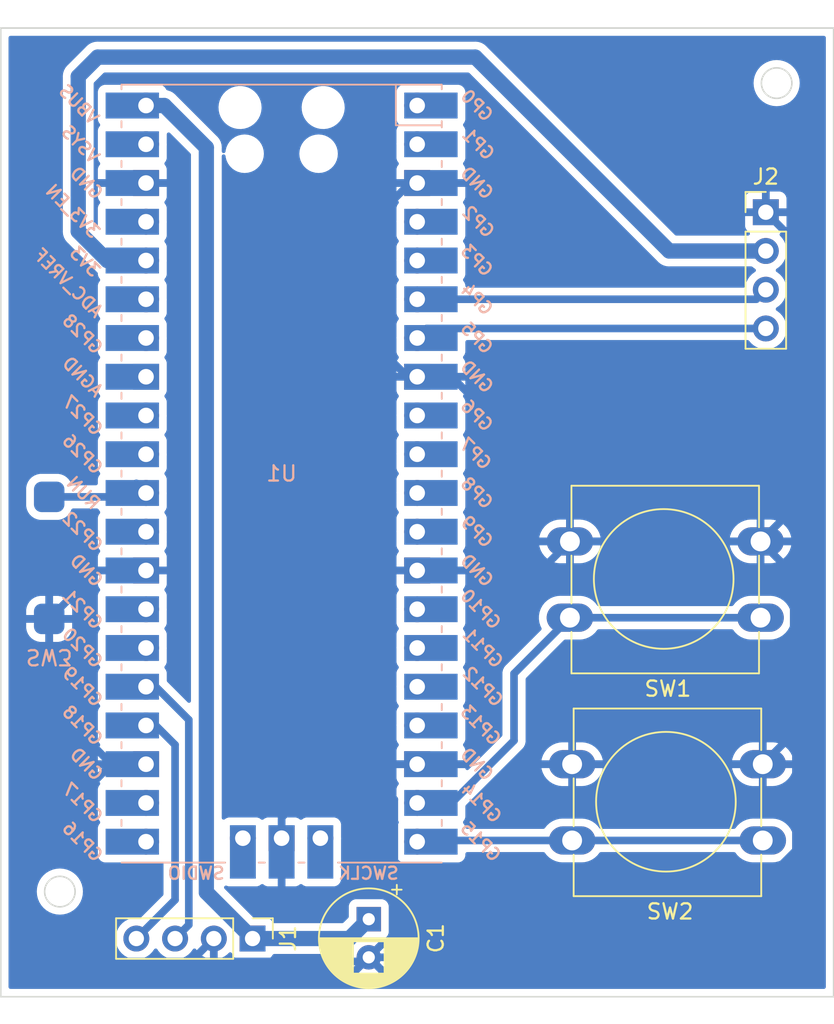
<source format=kicad_pcb>
(kicad_pcb (version 20211014) (generator pcbnew)
  (layers (0 "F.Cu" signal) (31 "B.Cu" signal) (34 "B.Paste" user) (35 "F.Paste" user) (36 "B.SilkS" user "B.Silkscreen") (37 "F.SilkS" user "F.Silkscreen") (38 "B.Mask" user) (39 "F.Mask" user) (44 "Edge.Cuts" user))
  (net 0 "")
  (net 3 "GND")
  (net 6 "/SDA")
  (net 7 "/SCL")
  (net 16 "/SEL")
  (net 17 "/INC")
  (net 20 "/CIN")
  (net 21 "/DIN")
  (net 25 "/RUN")
  (net 31 "/3.3V")
  (net 34 "/5V")
  (footprint "Connector_PinHeader_2.54mm:PinHeader_1x04_P2.54mm_Vertical" (layer "F.Cu") (at 161.29 84.465)
    (fp_text reference "J2" (at 0 -2.33) (layer "F.SilkS"))
    (fp_text value "RTC")
    (fp_line (start -1.33 -1.33) (end 0 -1.33) (layer "F.SilkS") (width 0.12))
    (fp_line (start 1.33 1.27) (end 1.33 8.95) (layer "F.SilkS") (width 0.12))
    (fp_line (start -1.33 1.27) (end -1.33 8.95) (layer "F.SilkS") (width 0.12))
    (fp_line (start -1.33 8.95) (end 1.33 8.95) (layer "F.SilkS") (width 0.12))
    (fp_line (start -1.33 1.27) (end 1.33 1.27) (layer "F.SilkS") (width 0.12))
    (fp_line (start -1.33 0) (end -1.33 -1.33) (layer "F.SilkS") (width 0.12))
    (pad "1" thru_hole rect (at 0 0) (size 1.7 1.7) (drill 1) (layers *.Cu *.Mask) (net 3 "GND"))
    (pad "2" thru_hole oval (at 0 2.54) (size 1.7 1.7) (drill 1) (layers *.Cu *.Mask) (net 31 "/3.3V"))
    (pad "3" thru_hole oval (at 0 5.08) (size 1.7 1.7) (drill 1) (layers *.Cu *.Mask) (net 6 "/SDA"))
    (pad "4" thru_hole oval (at 0 7.62) (size 1.7 1.7) (drill 1) (layers *.Cu *.Mask) (net 7 "/SCL"))
  )
  (footprint "Button_Switch_THT:SW_PUSH-12mm" (layer "F.Cu") (at 161.09 125.65 180)
    (fp_text reference "SW2" (at 6.08 -4.66) (layer "F.SilkS"))
    (fp_text value "SELECT")
    (fp_line (start 12.4 -3.65) (end 12.4 -0.93) (layer "F.SilkS") (width 0.12))
    (fp_line (start 12.4 8.65) (end 0.1 8.65) (layer "F.SilkS") (width 0.12))
    (fp_line (start 0.1 -3.65) (end 12.4 -3.65) (layer "F.SilkS") (width 0.12))
    (fp_line (start 12.4 5.93) (end 12.4 8.65) (layer "F.SilkS") (width 0.12))
    (fp_line (start 12.4 0.93) (end 12.4 4.07) (layer "F.SilkS") (width 0.12))
    (fp_line (start 0.1 -0.93) (end 0.1 -3.65) (layer "F.SilkS") (width 0.12))
    (fp_line (start 0.1 4.07) (end 0.1 0.93) (layer "F.SilkS") (width 0.12))
    (fp_line (start 0.1 8.65) (end 0.1 5.93) (layer "F.SilkS") (width 0.12))
    (fp_circle (center 6.35 2.54) (end 10.16 5.08) (layer "F.SilkS") (width 0.12) (fill none))
    (pad "1" thru_hole oval (at 0 0 180) (size 3.048 1.85) (drill 1.3) (layers *.Cu *.Mask) (net 17 "/INC"))
    (pad "1" thru_hole oval (at 12.5 0 180) (size 3.048 1.85) (drill 1.3) (layers *.Cu *.Mask) (net 17 "/INC"))
    (pad "2" thru_hole oval (at 12.5 5 180) (size 3.048 1.85) (drill 1.3) (layers *.Cu *.Mask) (net 3 "GND"))
    (pad "2" thru_hole oval (at 0 5 180) (size 3.048 1.85) (drill 1.3) (layers *.Cu *.Mask) (net 3 "GND"))
  )
  (footprint "Connector_PinHeader_2.54mm:PinHeader_1x04_P2.54mm_Vertical" (layer "F.Cu") (at 127.635 132.08 -90)
    (fp_text reference "J1" (at 0 -2.33 90) (layer "F.SilkS"))
    (fp_text value "LED Connector")
    (fp_line (start -1.33 1.27) (end 1.33 1.27) (layer "F.SilkS") (width 0.12))
    (fp_line (start 1.33 1.27) (end 1.33 8.95) (layer "F.SilkS") (width 0.12))
    (fp_line (start -1.33 8.95) (end 1.33 8.95) (layer "F.SilkS") (width 0.12))
    (fp_line (start -1.33 0) (end -1.33 -1.33) (layer "F.SilkS") (width 0.12))
    (fp_line (start -1.33 1.27) (end -1.33 8.95) (layer "F.SilkS") (width 0.12))
    (fp_line (start -1.33 -1.33) (end 0 -1.33) (layer "F.SilkS") (width 0.12))
    (pad "1" thru_hole rect (at 0 0 270) (size 1.7 1.7) (drill 1) (layers *.Cu *.Mask) (net 34 "/5V"))
    (pad "2" thru_hole oval (at 0 2.54 270) (size 1.7 1.7) (drill 1) (layers *.Cu *.Mask) (net 3 "GND"))
    (pad "3" thru_hole oval (at 0 5.08 270) (size 1.7 1.7) (drill 1) (layers *.Cu *.Mask) (net 21 "/DIN"))
    (pad "4" thru_hole oval (at 0 7.62 270) (size 1.7 1.7) (drill 1) (layers *.Cu *.Mask) (net 20 "/CIN"))
  )
  (footprint "Capacitor_THT:CP_Radial_D6.3mm_P2.50mm" (layer "F.Cu") (at 135.255 130.81 -90)
    (fp_text reference "C1" (at 1.25 -4.4 90) (layer "F.SilkS"))
    (fp_text value "100u")
    (fp_line (start 2.971 -2.742) (end 2.971 -1.04) (layer "F.SilkS") (width 0.12))
    (fp_line (start 3.091 -2.664) (end 3.091 -1.04) (layer "F.SilkS") (width 0.12))
    (fp_line (start 3.171 -2.607) (end 3.171 -1.04) (layer "F.SilkS") (width 0.12))
    (fp_line (start 2.371 -3.033) (end 2.371 -1.04) (layer "F.SilkS") (width 0.12))
    (fp_line (start 2.771 -2.856) (end 2.771 -1.04) (layer "F.SilkS") (width 0.12))
    (fp_line (start 1.89 -3.167) (end 1.89 -1.04) (layer "F.SilkS") (width 0.12))
    (fp_line (start 3.331 -2.484) (end 3.331 -1.04) (layer "F.SilkS") (width 0.12))
    (fp_line (start 1.57 -3.215) (end 1.57 -1.04) (layer "F.SilkS") (width 0.12))
    (fp_line (start 3.131 -2.636) (end 3.131 -1.04) (layer "F.SilkS") (width 0.12))
    (fp_line (start 3.171 1.04) (end 3.171 2.607) (layer "F.SilkS") (width 0.12))
    (fp_line (start 1.33 -3.23) (end 1.33 3.23) (layer "F.SilkS") (width 0.12))
    (fp_line (start 3.451 1.04) (end 3.451 2.38) (layer "F.SilkS") (width 0.12))
    (fp_line (start 4.371 -0.94) (end 4.371 0.94) (layer "F.SilkS") (width 0.12))
    (fp_line (start 3.891 -1.89) (end 3.891 1.89) (layer "F.SilkS") (width 0.12))
    (fp_line (start 2.411 1.04) (end 2.411 3.018) (layer "F.SilkS") (width 0.12))
    (fp_line (start 1.49 -3.222) (end 1.49 -1.04) (layer "F.SilkS") (width 0.12))
    (fp_line (start 3.491 1.04) (end 3.491 2.343) (layer "F.SilkS") (width 0.12))
    (fp_line (start 3.731 -2.092) (end 3.731 2.092) (layer "F.SilkS") (width 0.12))
    (fp_line (start 3.211 1.04) (end 3.211 2.578) (layer "F.SilkS") (width 0.12))
    (fp_line (start 2.411 -3.018) (end 2.411 -1.04) (layer "F.SilkS") (width 0.12))
    (fp_line (start 3.971 -1.776) (end 3.971 1.776) (layer "F.SilkS") (width 0.12))
    (fp_line (start 3.851 -1.944) (end 3.851 1.944) (layer "F.SilkS") (width 0.12))
    (fp_line (start 3.371 1.04) (end 3.371 2.45) (layer "F.SilkS") (width 0.12))
    (fp_line (start 2.131 1.04) (end 2.131 3.11) (layer "F.SilkS") (width 0.12))
    (fp_line (start 1.41 -3.227) (end 1.41 3.227) (layer "F.SilkS") (width 0.12))
    (fp_line (start 2.491 -2.986) (end 2.491 -1.04) (layer "F.SilkS") (width 0.12))
    (fp_line (start 1.69 -3.201) (end 1.69 -1.04) (layer "F.SilkS") (width 0.12))
    (fp_line (start 2.091 -3.121) (end 2.091 -1.04) (layer "F.SilkS") (width 0.12))
    (fp_line (start 2.051 -3.131) (end 2.051 -1.04) (layer "F.SilkS") (width 0.12))
    (fp_line (start 2.971 1.04) (end 2.971 2.742) (layer "F.SilkS") (width 0.12))
    (fp_line (start 4.451 -0.633) (end 4.451 0.633) (layer "F.SilkS") (width 0.12))
    (fp_line (start 2.211 -3.086) (end 2.211 -1.04) (layer "F.SilkS") (width 0.12))
    (fp_line (start 4.171 -1.432) (end 4.171 1.432) (layer "F.SilkS") (width 0.12))
    (fp_line (start 2.571 -2.952) (end 2.571 -1.04) (layer "F.SilkS") (width 0.12))
    (fp_line (start 2.811 -2.834) (end 2.811 -1.04) (layer "F.SilkS") (width 0.12))
    (fp_line (start 2.331 -3.047) (end 2.331 -1.04) (layer "F.SilkS") (width 0.12))
    (fp_line (start 2.931 -2.766) (end 2.931 -1.04) (layer "F.SilkS") (width 0.12))
    (fp_line (start 2.731 1.04) (end 2.731 2.876) (layer "F.SilkS") (width 0.12))
    (fp_line (start 1.971 -3.15) (end 1.971 -1.04) (layer "F.SilkS") (width 0.12))
    (fp_line (start 4.051 -1.65) (end 4.051 1.65) (layer "F.SilkS") (width 0.12))
    (fp_line (start 1.25 -3.23) (end 1.25 3.23) (layer "F.SilkS") (width 0.12))
    (fp_line (start 1.73 1.04) (end 1.73 3.195) (layer "F.SilkS") (width 0.12))
    (fp_line (start 2.291 1.04) (end 2.291 3.061) (layer "F.SilkS") (width 0.12))
    (fp_line (start 2.451 -3.002) (end 2.451 -1.04) (layer "F.SilkS") (width 0.12))
    (fp_line (start 3.611 -2.224) (end 3.611 2.224) (layer "F.SilkS") (width 0.12))
    (fp_line (start 1.61 1.04) (end 1.61 3.211) (layer "F.SilkS") (width 0.12))
    (fp_line (start 2.251 1.04) (end 2.251 3.074) (layer "F.SilkS") (width 0.12))
    (fp_line (start 1.81 -3.182) (end 1.81 -1.04) (layer "F.SilkS") (width 0.12))
    (fp_line (start 4.411 -0.802) (end 4.411 0.802) (layer "F.SilkS") (width 0.12))
    (fp_line (start 1.85 -3.175) (end 1.85 -1.04) (layer "F.SilkS") (width 0.12))
    (fp_line (start 3.411 1.04) (end 3.411 2.416) (layer "F.SilkS") (width 0.12))
    (fp_line (start 3.571 -2.265) (end 3.571 2.265) (layer "F.SilkS") (width 0.12))
    (fp_line (start 3.651 -2.182) (end 3.651 2.182) (layer "F.SilkS") (width 0.12))
    (fp_line (start 3.091 1.04) (end 3.091 2.664) (layer "F.SilkS") (width 0.12))
    (fp_line (start 3.051 1.04) (end 3.051 2.69) (layer "F.SilkS") (width 0.12))
    (fp_line (start 1.45 -3.224) (end 1.45 3.224) (layer "F.SilkS") (width 0.12))
    (fp_line (start 2.091 1.04) (end 2.091 3.121) (layer "F.SilkS") (width 0.12))
    (fp_line (start -2.250241 -1.839) (end -1.620241 -1.839) (layer "F.SilkS") (width 0.12))
    (fp_line (start 1.37 -3.228) (end 1.37 3.228) (layer "F.SilkS") (width 0.12))
    (fp_line (start 2.011 1.04) (end 2.011 3.141) (layer "F.SilkS") (width 0.12))
    (fp_line (start 2.931 1.04) (end 2.931 2.766) (layer "F.SilkS") (width 0.12))
    (fp_line (start 2.691 1.04) (end 2.691 2.896) (layer "F.SilkS") (width 0.12))
    (fp_line (start 2.851 -2.812) (end 2.851 -1.04) (layer "F.SilkS") (width 0.12))
    (fp_line (start 4.091 -1.581) (end 4.091 1.581) (layer "F.SilkS") (width 0.12))
    (fp_line (start 3.251 1.04) (end 3.251 2.548) (layer "F.SilkS") (width 0.12))
    (fp_line (start 2.251 -3.074) (end 2.251 -1.04) (layer "F.SilkS") (width 0.12))
    (fp_line (start 1.29 -3.23) (end 1.29 3.23) (layer "F.SilkS") (width 0.12))
    (fp_line (start 2.891 -2.79) (end 2.891 -1.04) (layer "F.SilkS") (width 0.12))
    (fp_line (start 3.371 -2.45) (end 3.371 -1.04) (layer "F.SilkS") (width 0.12))
    (fp_line (start 2.131 -3.11) (end 2.131 -1.04) (layer "F.SilkS") (width 0.12))
    (fp_line (start 4.211 -1.35) (end 4.211 1.35) (layer "F.SilkS") (width 0.12))
    (fp_line (start 2.531 -2.97) (end 2.531 -1.04) (layer "F.SilkS") (width 0.12))
    (fp_line (start 3.331 1.04) (end 3.331 2.484) (layer "F.SilkS") (width 0.12))
    (fp_line (start 3.011 -2.716) (end 3.011 -1.04) (layer "F.SilkS") (width 0.12))
    (fp_line (start 2.611 -2.934) (end 2.611 -1.04) (layer "F.SilkS") (width 0.12))
    (fp_line (start 2.451 1.04) (end 2.451 3.002) (layer "F.SilkS") (width 0.12))
    (fp_line (start 3.291 -2.516) (end 3.291 -1.04) (layer "F.SilkS") (width 0.12))
    (fp_line (start 3.691 -2.137) (end 3.691 2.137) (layer "F.SilkS") (width 0.12))
    (fp_line (start 4.491 -0.402) (end 4.491 0.402) (layer "F.SilkS") (width 0.12))
    (fp_line (start 2.051 1.04) (end 2.051 3.131) (layer "F.SilkS") (width 0.12))
    (fp_line (start 2.331 1.04) (end 2.331 3.047) (layer "F.SilkS") (width 0.12))
    (fp_line (start 2.851 1.04) (end 2.851 2.812) (layer "F.SilkS") (width 0.12))
    (fp_line (start 3.811 -1.995) (end 3.811 1.995) (layer "F.SilkS") (width 0.12))
    (fp_line (start 4.291 -1.165) (end 4.291 1.165) (layer "F.SilkS") (width 0.12))
    (fp_line (start 1.65 1.04) (end 1.65 3.206) (layer "F.SilkS") (width 0.12))
    (fp_line (start 2.211 1.04) (end 2.211 3.086) (layer "F.SilkS") (width 0.12))
    (fp_line (start 1.49 1.04) (end 1.49 3.222) (layer "F.SilkS") (width 0.12))
    (fp_line (start 3.131 1.04) (end 3.131 2.636) (layer "F.SilkS") (width 0.12))
    (fp_line (start 1.53 -3.218) (end 1.53 -1.04) (layer "F.SilkS") (width 0.12))
    (fp_line (start 4.011 -1.714) (end 4.011 1.714) (layer "F.SilkS") (width 0.12))
    (fp_line (start 1.73 -3.195) (end 1.73 -1.04) (layer "F.SilkS") (width 0.12))
    (fp_line (start 2.651 1.04) (end 2.651 2.916) (layer "F.SilkS") (width 0.12))
    (fp_line (start 3.011 1.04) (end 3.011 2.716) (layer "F.SilkS") (width 0.12))
    (fp_line (start 4.131 -1.509) (end 4.131 1.509) (layer "F.SilkS") (width 0.12))
    (fp_line (start 1.57 1.04) (end 1.57 3.215) (layer "F.SilkS") (width 0.12))
    (fp_line (start 2.171 1.04) (end 2.171 3.098) (layer "F.SilkS") (width 0.12))
    (fp_line (start 3.771 -2.044) (end 3.771 2.044) (layer "F.SilkS") (width 0.12))
    (fp_line (start 1.65 -3.206) (end 1.65 -1.04) (layer "F.SilkS") (width 0.12))
    (fp_line (start 3.411 -2.416) (end 3.411 -1.04) (layer "F.SilkS") (width 0.12))
    (fp_line (start 1.93 -3.159) (end 1.93 -1.04) (layer "F.SilkS") (width 0.12))
    (fp_line (start 3.531 1.04) (end 3.531 2.305) (layer "F.SilkS") (width 0.12))
    (fp_line (start 3.051 -2.69) (end 3.051 -1.04) (layer "F.SilkS") (width 0.12))
    (fp_line (start 1.971 1.04) (end 1.971 3.15) (layer "F.SilkS") (width 0.12))
    (fp_line (start 1.53 1.04) (end 1.53 3.218) (layer "F.SilkS") (width 0.12))
    (fp_line (start 1.69 1.04) (end 1.69 3.201) (layer "F.SilkS") (width 0.12))
    (fp_line (start 1.89 1.04) (end 1.89 3.167) (layer "F.SilkS") (width 0.12))
    (fp_line (start 1.81 1.04) (end 1.81 3.182) (layer "F.SilkS") (width 0.12))
    (fp_line (start 2.011 -3.141) (end 2.011 -1.04) (layer "F.SilkS") (width 0.12))
    (fp_line (start 2.531 1.04) (end 2.531 2.97) (layer "F.SilkS") (width 0.12))
    (fp_line (start 2.491 1.04) (end 2.491 2.986) (layer "F.SilkS") (width 0.12))
    (fp_line (start 2.611 1.04) (end 2.611 2.934) (layer "F.SilkS") (width 0.12))
    (fp_line (start 3.211 -2.578) (end 3.211 -1.04) (layer "F.SilkS") (width 0.12))
    (fp_line (start 2.291 -3.061) (end 2.291 -1.04) (layer "F.SilkS") (width 0.12))
    (fp_line (start 1.61 -3.211) (end 1.61 -1.04) (layer "F.SilkS") (width 0.12))
    (fp_line (start 2.811 1.04) (end 2.811 2.834) (layer "F.SilkS") (width 0.12))
    (fp_line (start 2.571 1.04) (end 2.571 2.952) (layer "F.SilkS") (width 0.12))
    (fp_line (start 4.251 -1.262) (end 4.251 1.262) (layer "F.SilkS") (width 0.12))
    (fp_line (start 3.531 -2.305) (end 3.531 -1.04) (layer "F.SilkS") (width 0.12))
    (fp_line (start 3.291 1.04) (end 3.291 2.516) (layer "F.SilkS") (width 0.12))
    (fp_line (start 2.651 -2.916) (end 2.651 -1.04) (layer "F.SilkS") (width 0.12))
    (fp_line (start 1.93 1.04) (end 1.93 3.159) (layer "F.SilkS") (width 0.12))
    (fp_line (start 2.771 1.04) (end 2.771 2.856) (layer "F.SilkS") (width 0.12))
    (fp_line (start 3.931 -1.834) (end 3.931 1.834) (layer "F.SilkS") (width 0.12))
    (fp_line (start 3.451 -2.38) (end 3.451 -1.04) (layer "F.SilkS") (width 0.12))
    (fp_line (start 3.251 -2.548) (end 3.251 -1.04) (layer "F.SilkS") (width 0.12))
    (fp_line (start 2.691 -2.896) (end 2.691 -1.04) (layer "F.SilkS") (width 0.12))
    (fp_line (start 2.371 1.04) (end 2.371 3.033) (layer "F.SilkS") (width 0.12))
    (fp_line (start 1.77 1.04) (end 1.77 3.189) (layer "F.SilkS") (width 0.12))
    (fp_line (start 2.171 -3.098) (end 2.171 -1.04) (layer "F.SilkS") (width 0.12))
    (fp_line (start 2.731 -2.876) (end 2.731 -1.04) (layer "F.SilkS") (width 0.12))
    (fp_line (start -1.935241 -2.154) (end -1.935241 -1.524) (layer "F.SilkS") (width 0.12))
    (fp_line (start 1.77 -3.189) (end 1.77 -1.04) (layer "F.SilkS") (width 0.12))
    (fp_line (start 3.491 -2.343) (end 3.491 -1.04) (layer "F.SilkS") (width 0.12))
    (fp_line (start 1.85 1.04) (end 1.85 3.175) (layer "F.SilkS") (width 0.12))
    (fp_line (start 4.331 -1.059) (end 4.331 1.059) (layer "F.SilkS") (width 0.12))
    (fp_line (start 2.891 1.04) (end 2.891 2.79) (layer "F.SilkS") (width 0.12))
    (fp_circle (center 1.25 0) (end 4.52 0) (layer "F.SilkS") (width 0.12) (fill none))
    (pad "1" thru_hole rect (at 0 0 270) (size 1.6 1.6) (drill 0.8) (layers *.Cu *.Mask) (net 34 "/5V"))
    (pad "2" thru_hole circle (at 2.5 0 270) (size 1.6 1.6) (drill 0.8) (layers *.Cu *.Mask) (net 3 "GND"))
  )
  (footprint "Button_Switch_THT:SW_PUSH-12mm" (layer "F.Cu") (at 160.945 111.045 180)
    (fp_text reference "SW1" (at 6.08 -4.66) (layer "F.SilkS"))
    (fp_text value "SELECT")
    (fp_line (start 0.1 8.65) (end 0.1 5.93) (layer "F.SilkS") (width 0.12))
    (fp_line (start 0.1 -3.65) (end 12.4 -3.65) (layer "F.SilkS") (width 0.12))
    (fp_line (start 12.4 5.93) (end 12.4 8.65) (layer "F.SilkS") (width 0.12))
    (fp_line (start 12.4 -3.65) (end 12.4 -0.93) (layer "F.SilkS") (width 0.12))
    (fp_line (start 12.4 0.93) (end 12.4 4.07) (layer "F.SilkS") (width 0.12))
    (fp_line (start 12.4 8.65) (end 0.1 8.65) (layer "F.SilkS") (width 0.12))
    (fp_line (start 0.1 -0.93) (end 0.1 -3.65) (layer "F.SilkS") (width 0.12))
    (fp_line (start 0.1 4.07) (end 0.1 0.93) (layer "F.SilkS") (width 0.12))
    (fp_circle (center 6.35 2.54) (end 10.16 5.08) (layer "F.SilkS") (width 0.12) (fill none))
    (pad "1" thru_hole oval (at 12.5 0 180) (size 3.048 1.85) (drill 1.3) (layers *.Cu *.Mask) (net 16 "/SEL"))
    (pad "1" thru_hole oval (at 0 0 180) (size 3.048 1.85) (drill 1.3) (layers *.Cu *.Mask) (net 16 "/SEL"))
    (pad "2" thru_hole oval (at 0 5 180) (size 3.048 1.85) (drill 1.3) (layers *.Cu *.Mask) (net 3 "GND"))
    (pad "2" thru_hole oval (at 12.5 5 180) (size 3.048 1.85) (drill 1.3) (layers *.Cu *.Mask) (net 3 "GND"))
  )
  (footprint "Raspberry_Pi_Pico:RPi_Pico_SMD_TH" (layer "B.Cu") (at 129.54 101.6 180)
    (fp_text reference "U1" (at 0 0) (layer "B.SilkS") (effects (justify mirror)))
    (fp_text value "Pico")
    (fp_text user "VBUS" (at 13.3 24.2 135) (layer "B.SilkS") (effects (font (size 0.8 0.8)) (justify mirror)))
    (fp_text user "GP27" (at 13.054 3.8 135) (layer "B.SilkS") (effects (font (size 0.8 0.8)) (justify mirror)))
    (fp_text user "GND" (at 12.8 19.05 135) (layer "B.SilkS") (effects (font (size 0.8 0.8)) (justify mirror)))
    (fp_text user "GP26" (at 13.054 1.27 135) (layer "B.SilkS") (effects (font (size 0.8 0.8)) (justify mirror)))
    (fp_text user "GP8" (at -12.8 -1.27 135) (layer "B.SilkS") (effects (font (size 0.8 0.8)) (justify mirror)))
    (fp_text user "GP17" (at 13.054 -21.59 135) (layer "B.SilkS") (effects (font (size 0.8 0.8)) (justify mirror)))
    (fp_text user "GP9" (at -12.8 -3.81 135) (layer "B.SilkS") (effects (font (size 0.8 0.8)) (justify mirror)))
    (fp_text user "GND" (at -12.8 19.05 135) (layer "B.SilkS") (effects (font (size 0.8 0.8)) (justify mirror)))
    (fp_text user "GP7" (at -12.7 1.3 135) (layer "B.SilkS") (effects (font (size 0.8 0.8)) (justify mirror)))
    (fp_text user "3V3" (at 12.9 13.9 135) (layer "B.SilkS") (effects (font (size 0.8 0.8)) (justify mirror)))
    (fp_text user "GP20" (at 13.054 -11.43 135) (layer "B.SilkS") (effects (font (size 0.8 0.8)) (justify mirror)))
    (fp_text user "GND" (at -12.8 6.35 135) (layer "B.SilkS") (effects (font (size 0.8 0.8)) (justify mirror)))
    (fp_text user "GP11" (at -13.2 -11.43 135) (layer "B.SilkS") (effects (font (size 0.8 0.8)) (justify mirror)))
    (fp_text user "GND" (at 12.8 -6.35 135) (layer "B.SilkS") (effects (font (size 0.8 0.8)) (justify mirror)))
    (fp_text user "GP5" (at -12.8 8.89 135) (layer "B.SilkS") (effects (font (size 0.8 0.8)) (justify mirror)))
    (fp_text user "SWDIO" (at 5.6 -26.2) (layer "B.SilkS") (effects (font (size 0.8 0.8)) (justify mirror)))
    (fp_text user "AGND" (at 13.054 6.35 135) (layer "B.SilkS") (effects (font (size 0.8 0.8)) (justify mirror)))
    (fp_text user "SWCLK" (at -5.7 -26.2) (layer "B.SilkS") (effects (font (size 0.8 0.8)) (justify mirror)))
    (fp_text user "GP16" (at 13.054 -24.13 135) (layer "B.SilkS") (effects (font (size 0.8 0.8)) (justify mirror)))
    (fp_text user "RUN" (at 13 -1.27 135) (layer "B.SilkS") (effects (font (size 0.8 0.8)) (justify mirror)))
    (fp_text user "GP21" (at 13.054 -8.9 135) (layer "B.SilkS") (effects (font (size 0.8 0.8)) (justify mirror)))
    (fp_text user "GP10" (at -13.054 -8.89 135) (layer "B.SilkS") (effects (font (size 0.8 0.8)) (justify mirror)))
    (fp_text user "GP3" (at -12.8 13.97 135) (layer "B.SilkS") (effects (font (size 0.8 0.8)) (justify mirror)))
    (fp_text user "GP18" (at 13.054 -16.51 135) (layer "B.SilkS") (effects (font (size 0.8 0.8)) (justify mirror)))
    (fp_text user "ADC_VREF" (at 14 12.5 135) (layer "B.SilkS") (effects (font (size 0.8 0.8)) (justify mirror)))
    (fp_text user "VSYS" (at 13.2 21.59 135) (layer "B.SilkS") (effects (font (size 0.8 0.8)) (justify mirror)))
    (fp_text user "GP19" (at 13.054 -13.97 135) (layer "B.SilkS") (effects (font (size 0.8 0.8)) (justify mirror)))
    (fp_text user "GND" (at 12.8 -19.05 135) (layer "B.SilkS") (effects (font (size 0.8 0.8)) (justify mirror)))
    (fp_text user "GND" (at -12.8 -19.05 135) (layer "B.SilkS") (effects (font (size 0.8 0.8)) (justify mirror)))
    (fp_text user "GP0" (at -12.8 24.13 135) (layer "B.SilkS") (effects (font (size 0.8 0.8)) (justify mirror)))
    (fp_text user "GP1" (at -12.9 21.6 135) (layer "B.SilkS") (effects (font (size 0.8 0.8)) (justify mirror)))
    (fp_text user "GP15" (at -13.054 -24.13 135) (layer "B.SilkS") (effects (font (size 0.8 0.8)) (justify mirror)))
    (fp_text user "GP2" (at -12.9 16.51 135) (layer "B.SilkS") (effects (font (size 0.8 0.8)) (justify mirror)))
    (fp_text user "GP4" (at -12.8 11.43 135) (layer "B.SilkS") (effects (font (size 0.8 0.8)) (justify mirror)))
    (fp_text user "GND" (at -12.8 -6.35 135) (layer "B.SilkS") (effects (font (size 0.8 0.8)) (justify mirror)))
    (fp_text user "GP13" (at -13.054 -16.51 135) (layer "B.SilkS") (effects (font (size 0.8 0.8)) (justify mirror)))
    (fp_text user "GP22" (at 13.054 -3.81 135) (layer "B.SilkS") (effects (font (size 0.8 0.8)) (justify mirror)))
    (fp_text user "GP14" (at -13.1 -21.59 135) (layer "B.SilkS") (effects (font (size 0.8 0.8)) (justify mirror)))
    (fp_text user "3V3_EN" (at 13.7 17.2 135) (layer "B.SilkS") (effects (font (size 0.8 0.8)) (justify mirror)))
    (fp_text user "GP28" (at 13.054 9.144 135) (layer "B.SilkS") (effects (font (size 0.8 0.8)) (justify mirror)))
    (fp_text user "GP6" (at -12.8 3.81 135) (layer "B.SilkS") (effects (font (size 0.8 0.8)) (justify mirror)))
    (fp_text user "GP12" (at -13.2 -13.97 135) (layer "B.SilkS") (effects (font (size 0.8 0.8)) (justify mirror)))
    (fp_line (start -10.5 -20.1) (end -10.5 -20.5) (layer "B.SilkS") (width 0.12))
    (fp_line (start -10.5 5.3) (end -10.5 4.9) (layer "B.SilkS") (width 0.12))
    (fp_line (start -7.493 22.833) (end -7.493 25.5) (layer "B.SilkS") (width 0.12))
    (fp_line (start -10.5 22.833) (end -7.493 22.833) (layer "B.SilkS") (width 0.12))
    (fp_line (start -10.5 -22.7) (end -10.5 -23.1) (layer "B.SilkS") (width 0.12))
    (fp_line (start 10.5 10.4) (end 10.5 10) (layer "B.SilkS") (width 0.12))
    (fp_line (start -10.5 0.2) (end -10.5 -0.2) (layer "B.SilkS") (width 0.12))
    (fp_line (start 10.5 -20.1) (end 10.5 -20.5) (layer "B.SilkS") (width 0.12))
    (fp_line (start -10.5 -7.4) (end -10.5 -7.8) (layer "B.SilkS") (width 0.12))
    (fp_line (start 10.5 2.7) (end 10.5 2.3) (layer "B.SilkS") (width 0.12))
    (fp_line (start 10.5 -2.3) (end 10.5 -2.7) (layer "B.SilkS") (width 0.12))
    (fp_line (start 10.5 18) (end 10.5 17.6) (layer "B.SilkS") (width 0.12))
    (fp_line (start -10.5 25.5) (end -10.5 25.2) (layer "B.SilkS") (width 0.12))
    (fp_line (start 10.5 20.5) (end 10.5 20.1) (layer "B.SilkS") (width 0.12))
    (fp_line (start 10.5 -12.5) (end 10.5 -12.9) (layer "B.SilkS") (width 0.12))
    (fp_line (start 10.5 -10) (end 10.5 -10.4) (layer "B.SilkS") (width 0.12))
    (fp_line (start -10.5 7.8) (end -10.5 7.4) (layer "B.SilkS") (width 0.12))
    (fp_line (start 10.5 15.4) (end 10.5 15) (layer "B.SilkS") (width 0.12))
    (fp_line (start -3.7 -25.5) (end -10.5 -25.5) (layer "B.SilkS") (width 0.12))
    (fp_line (start -10.5 12.9) (end -10.5 12.5) (layer "B.SilkS") (width 0.12))
    (fp_line (start -1.5 -25.5) (end -1.1 -25.5) (layer "B.SilkS") (width 0.12))
    (fp_line (start -10.5 18) (end -10.5 17.6) (layer "B.SilkS") (width 0.12))
    (fp_line (start 10.5 -15.1) (end 10.5 -15.5) (layer "B.SilkS") (width 0.12))
    (fp_line (start 10.5 23.1) (end 10.5 22.7) (layer "B.SilkS") (width 0.12))
    (fp_line (start -10.5 20.5) (end -10.5 20.1) (layer "B.SilkS") (width 0.12))
    (fp_line (start 10.5 7.8) (end 10.5 7.4) (layer "B.SilkS") (width 0.12))
    (fp_line (start -10.5 -12.5) (end -10.5 -12.9) (layer "B.SilkS") (width 0.12))
    (fp_line (start -10.5 23.1) (end -10.5 22.7) (layer "B.SilkS") (width 0.12))
    (fp_line (start -10.5 2.7) (end -10.5 2.3) (layer "B.SilkS") (width 0.12))
    (fp_line (start 10.5 -4.9) (end 10.5 -5.3) (layer "B.SilkS") (width 0.12))
    (fp_line (start 10.5 5.3) (end 10.5 4.9) (layer "B.SilkS") (width 0.12))
    (fp_line (start -10.5 15.4) (end -10.5 15) (layer "B.SilkS") (width 0.12))
    (fp_line (start 10.5 12.9) (end 10.5 12.5) (layer "B.SilkS") (width 0.12))
    (fp_line (start -10.5 -2.3) (end -10.5 -2.7) (layer "B.SilkS") (width 0.12))
    (fp_line (start -10.5 -15.1) (end -10.5 -15.5) (layer "B.SilkS") (width 0.12))
    (fp_line (start -10.5 10.4) (end -10.5 10) (layer "B.SilkS") (width 0.12))
    (fp_line (start 10.5 -22.7) (end 10.5 -23.1) (layer "B.SilkS") (width 0.12))
    (fp_line (start 10.5 -17.6) (end 10.5 -18) (layer "B.SilkS") (width 0.12))
    (fp_line (start -10.5 -17.6) (end -10.5 -18) (layer "B.SilkS") (width 0.12))
    (fp_line (start 10.5 0.2) (end 10.5 -0.2) (layer "B.SilkS") (width 0.12))
    (fp_line (start 10.5 25.5) (end 10.5 25.2) (layer "B.SilkS") (width 0.12))
    (fp_line (start -10.5 -4.9) (end -10.5 -5.3) (layer "B.SilkS") (width 0.12))
    (fp_line (start 10.5 -7.4) (end 10.5 -7.8) (layer "B.SilkS") (width 0.12))
    (fp_line (start -10.5 -10) (end -10.5 -10.4) (layer "B.SilkS") (width 0.12))
    (fp_line (start -10.5 25.5) (end 10.5 25.5) (layer "B.SilkS") (width 0.12))
    (fp_line (start 10.5 -25.5) (end 3.7 -25.5) (layer "B.SilkS") (width 0.12))
    (fp_line (start 1.1 -25.5) (end 1.5 -25.5) (layer "B.SilkS") (width 0.12))
    (pad "" np_thru_hole oval (at -2.425 20.97 180) (size 1.5 1.5) (drill 1.5) (layers *.Cu *.Mask))
    (pad "" np_thru_hole oval (at 2.725 24 180) (size 1.8 1.8) (drill 1.8) (layers *.Cu *.Mask))
    (pad "" np_thru_hole oval (at -2.725 24 180) (size 1.8 1.8) (drill 1.8) (layers *.Cu *.Mask))
    (pad "" np_thru_hole oval (at 2.425 20.97 180) (size 1.5 1.5) (drill 1.5) (layers *.Cu *.Mask))
    (pad "1" thru_hole oval (at -8.89 24.13 180) (size 1.7 1.7) (drill 1.02) (layers *.Cu *.Mask))
    (pad "1" smd rect (at -8.89 24.13 180) (size 3.5 1.7) (drill (offset -0.9 0)) (layers "B.Cu" "B.Mask"))
    (pad "2" smd rect (at -8.89 21.59 180) (size 3.5 1.7) (drill (offset -0.9 0)) (layers "B.Cu" "B.Mask"))
    (pad "2" thru_hole oval (at -8.89 21.59 180) (size 1.7 1.7) (drill 1.02) (layers *.Cu *.Mask))
    (pad "3" thru_hole rect (at -8.89 19.05 180) (size 1.7 1.7) (drill 1.02) (layers *.Cu *.Mask) (net 3 "GND"))
    (pad "3" smd rect (at -8.89 19.05 180) (size 3.5 1.7) (drill (offset -0.9 0)) (layers "B.Cu" "B.Mask") (net 3 "GND"))
    (pad "4" thru_hole oval (at -8.89 16.51 180) (size 1.7 1.7) (drill 1.02) (layers *.Cu *.Mask))
    (pad "4" smd rect (at -8.89 16.51 180) (size 3.5 1.7) (drill (offset -0.9 0)) (layers "B.Cu" "B.Mask"))
    (pad "5" thru_hole oval (at -8.89 13.97 180) (size 1.7 1.7) (drill 1.02) (layers *.Cu *.Mask))
    (pad "5" smd rect (at -8.89 13.97 180) (size 3.5 1.7) (drill (offset -0.9 0)) (layers "B.Cu" "B.Mask"))
    (pad "6" smd rect (at -8.89 11.43 180) (size 3.5 1.7) (drill (offset -0.9 0)) (layers "B.Cu" "B.Mask") (net 6 "/SDA"))
    (pad "6" thru_hole oval (at -8.89 11.43 180) (size 1.7 1.7) (drill 1.02) (layers *.Cu *.Mask) (net 6 "/SDA"))
    (pad "7" thru_hole oval (at -8.89 8.89 180) (size 1.7 1.7) (drill 1.02) (layers *.Cu *.Mask) (net 7 "/SCL"))
    (pad "7" smd rect (at -8.89 8.89 180) (size 3.5 1.7) (drill (offset -0.9 0)) (layers "B.Cu" "B.Mask") (net 7 "/SCL"))
    (pad "8" smd rect (at -8.89 6.35 180) (size 3.5 1.7) (drill (offset -0.9 0)) (layers "B.Cu" "B.Mask") (net 3 "GND"))
    (pad "8" thru_hole rect (at -8.89 6.35 180) (size 1.7 1.7) (drill 1.02) (layers *.Cu *.Mask) (net 3 "GND"))
    (pad "9" smd rect (at -8.89 3.81 180) (size 3.5 1.7) (drill (offset -0.9 0)) (layers "B.Cu" "B.Mask"))
    (pad "9" thru_hole oval (at -8.89 3.81 180) (size 1.7 1.7) (drill 1.02) (layers *.Cu *.Mask))
    (pad "10" smd rect (at -8.89 1.27 180) (size 3.5 1.7) (drill (offset -0.9 0)) (layers "B.Cu" "B.Mask"))
    (pad "10" thru_hole oval (at -8.89 1.27 180) (size 1.7 1.7) (drill 1.02) (layers *.Cu *.Mask))
    (pad "11" smd rect (at -8.89 -1.27 180) (size 3.5 1.7) (drill (offset -0.9 0)) (layers "B.Cu" "B.Mask"))
    (pad "11" thru_hole oval (at -8.89 -1.27 180) (size 1.7 1.7) (drill 1.02) (layers *.Cu *.Mask))
    (pad "12" smd rect (at -8.89 -3.81 180) (size 3.5 1.7) (drill (offset -0.9 0)) (layers "B.Cu" "B.Mask"))
    (pad "12" thru_hole oval (at -8.89 -3.81 180) (size 1.7 1.7) (drill 1.02) (layers *.Cu *.Mask))
    (pad "13" thru_hole rect (at -8.89 -6.35 180) (size 1.7 1.7) (drill 1.02) (layers *.Cu *.Mask) (net 3 "GND"))
    (pad "13" smd rect (at -8.89 -6.35 180) (size 3.5 1.7) (drill (offset -0.9 0)) (layers "B.Cu" "B.Mask") (net 3 "GND"))
    (pad "14" thru_hole oval (at -8.89 -8.89 180) (size 1.7 1.7) (drill 1.02) (layers *.Cu *.Mask))
    (pad "14" smd rect (at -8.89 -8.89 180) (size 3.5 1.7) (drill (offset -0.9 0)) (layers "B.Cu" "B.Mask"))
    (pad "15" thru_hole oval (at -8.89 -11.43 180) (size 1.7 1.7) (drill 1.02) (layers *.Cu *.Mask))
    (pad "15" smd rect (at -8.89 -11.43 180) (size 3.5 1.7) (drill (offset -0.9 0)) (layers "B.Cu" "B.Mask"))
    (pad "16" smd rect (at -8.89 -13.97 180) (size 3.5 1.7) (drill (offset -0.9 0)) (layers "B.Cu" "B.Mask"))
    (pad "16" thru_hole oval (at -8.89 -13.97 180) (size 1.7 1.7) (drill 1.02) (layers *.Cu *.Mask))
    (pad "17" smd rect (at -8.89 -16.51 180) (size 3.5 1.7) (drill (offset -0.9 0)) (layers "B.Cu" "B.Mask"))
    (pad "17" thru_hole oval (at -8.89 -16.51 180) (size 1.7 1.7) (drill 1.02) (layers *.Cu *.Mask))
    (pad "18" smd rect (at -8.89 -19.05 180) (size 3.5 1.7) (drill (offset -0.9 0)) (layers "B.Cu" "B.Mask") (net 3 "GND"))
    (pad "18" thru_hole rect (at -8.89 -19.05 180) (size 1.7 1.7) (drill 1.02) (layers *.Cu *.Mask) (net 3 "GND"))
    (pad "19" smd rect (at -8.89 -21.59 180) (size 3.5 1.7) (drill (offset -0.9 0)) (layers "B.Cu" "B.Mask") (net 16 "/SEL"))
    (pad "19" thru_hole oval (at -8.89 -21.59 180) (size 1.7 1.7) (drill 1.02) (layers *.Cu *.Mask) (net 16 "/SEL"))
    (pad "20" smd rect (at -8.89 -24.13 180) (size 3.5 1.7) (drill (offset -0.9 0)) (layers "B.Cu" "B.Mask") (net 17 "/INC"))
    (pad "20" thru_hole oval (at -8.89 -24.13 180) (size 1.7 1.7) (drill 1.02) (layers *.Cu *.Mask) (net 17 "/INC"))
    (pad "21" smd rect (at 8.89 -24.13 180) (size 3.5 1.7) (drill (offset 0.9 0)) (layers "B.Cu" "B.Mask"))
    (pad "21" thru_hole oval (at 8.89 -24.13 180) (size 1.7 1.7) (drill 1.02) (layers *.Cu *.Mask))
    (pad "22" thru_hole oval (at 8.89 -21.59 180) (size 1.7 1.7) (drill 1.02) (layers *.Cu *.Mask))
    (pad "22" smd rect (at 8.89 -21.59 180) (size 3.5 1.7) (drill (offset 0.9 0)) (layers "B.Cu" "B.Mask"))
    (pad "23" smd rect (at 8.89 -19.05 180) (size 3.5 1.7) (drill (offset 0.9 0)) (layers "B.Cu" "B.Mask") (net 3 "GND"))
    (pad "23" thru_hole rect (at 8.89 -19.05 180) (size 1.7 1.7) (drill 1.02) (layers *.Cu *.Mask) (net 3 "GND"))
    (pad "24" thru_hole oval (at 8.89 -16.51 180) (size 1.7 1.7) (drill 1.02) (layers *.Cu *.Mask) (net 20 "/CIN"))
    (pad "24" smd rect (at 8.89 -16.51 180) (size 3.5 1.7) (drill (offset 0.9 0)) (layers "B.Cu" "B.Mask") (net 20 "/CIN"))
    (pad "25" thru_hole oval (at 8.89 -13.97 180) (size 1.7 1.7) (drill 1.02) (layers *.Cu *.Mask) (net 21 "/DIN"))
    (pad "25" smd rect (at 8.89 -13.97 180) (size 3.5 1.7) (drill (offset 0.9 0)) (layers "B.Cu" "B.Mask") (net 21 "/DIN"))
    (pad "26" smd rect (at 8.89 -11.43 180) (size 3.5 1.7) (drill (offset 0.9 0)) (layers "B.Cu" "B.Mask"))
    (pad "26" thru_hole oval (at 8.89 -11.43 180) (size 1.7 1.7) (drill 1.02) (layers *.Cu *.Mask))
    (pad "27" thru_hole oval (at 8.89 -8.89 180) (size 1.7 1.7) (drill 1.02) (layers *.Cu *.Mask))
    (pad "27" smd rect (at 8.89 -8.89 180) (size 3.5 1.7) (drill (offset 0.9 0)) (layers "B.Cu" "B.Mask"))
    (pad "28" smd rect (at 8.89 -6.35 180) (size 3.5 1.7) (drill (offset 0.9 0)) (layers "B.Cu" "B.Mask") (net 3 "GND"))
    (pad "28" thru_hole rect (at 8.89 -6.35 180) (size 1.7 1.7) (drill 1.02) (layers *.Cu *.Mask) (net 3 "GND"))
    (pad "29" thru_hole oval (at 8.89 -3.81 180) (size 1.7 1.7) (drill 1.02) (layers *.Cu *.Mask))
    (pad "29" smd rect (at 8.89 -3.81 180) (size 3.5 1.7) (drill (offset 0.9 0)) (layers "B.Cu" "B.Mask"))
    (pad "30" smd rect (at 8.89 -1.27 180) (size 3.5 1.7) (drill (offset 0.9 0)) (layers "B.Cu" "B.Mask") (net 25 "/RUN"))
    (pad "30" thru_hole oval (at 8.89 -1.27 180) (size 1.7 1.7) (drill 1.02) (layers *.Cu *.Mask) (net 25 "/RUN"))
    (pad "31" smd rect (at 8.89 1.27 180) (size 3.5 1.7) (drill (offset 0.9 0)) (layers "B.Cu" "B.Mask"))
    (pad "31" thru_hole oval (at 8.89 1.27 180) (size 1.7 1.7) (drill 1.02) (layers *.Cu *.Mask))
    (pad "32" smd rect (at 8.89 3.81 180) (size 3.5 1.7) (drill (offset 0.9 0)) (layers "B.Cu" "B.Mask"))
    (pad "32" thru_hole oval (at 8.89 3.81 180) (size 1.7 1.7) (drill 1.02) (layers *.Cu *.Mask))
    (pad "33" thru_hole rect (at 8.89 6.35 180) (size 1.7 1.7) (drill 1.02) (layers *.Cu *.Mask))
    (pad "33" smd rect (at 8.89 6.35 180) (size 3.5 1.7) (drill (offset 0.9 0)) (layers "B.Cu" "B.Mask"))
    (pad "34" smd rect (at 8.89 8.89 180) (size 3.5 1.7) (drill (offset 0.9 0)) (layers "B.Cu" "B.Mask"))
    (pad "34" thru_hole oval (at 8.89 8.89 180) (size 1.7 1.7) (drill 1.02) (layers *.Cu *.Mask))
    (pad "35" thru_hole oval (at 8.89 11.43 180) (size 1.7 1.7) (drill 1.02) (layers *.Cu *.Mask))
    (pad "35" smd rect (at 8.89 11.43 180) (size 3.5 1.7) (drill (offset 0.9 0)) (layers "B.Cu" "B.Mask"))
    (pad "36" smd rect (at 8.89 13.97 180) (size 3.5 1.7) (drill (offset 0.9 0)) (layers "B.Cu" "B.Mask") (net 31 "/3.3V"))
    (pad "36" thru_hole oval (at 8.89 13.97 180) (size 1.7 1.7) (drill 1.02) (layers *.Cu *.Mask) (net 31 "/3.3V"))
    (pad "37" thru_hole oval (at 8.89 16.51 180) (size 1.7 1.7) (drill 1.02) (layers *.Cu *.Mask))
    (pad "37" smd rect (at 8.89 16.51 180) (size 3.5 1.7) (drill (offset 0.9 0)) (layers "B.Cu" "B.Mask"))
    (pad "38" smd rect (at 8.89 19.05 180) (size 3.5 1.7) (drill (offset 0.9 0)) (layers "B.Cu" "B.Mask") (net 3 "GND"))
    (pad "38" thru_hole rect (at 8.89 19.05 180) (size 1.7 1.7) (drill 1.02) (layers *.Cu *.Mask) (net 3 "GND"))
    (pad "39" thru_hole oval (at 8.89 21.59 180) (size 1.7 1.7) (drill 1.02) (layers *.Cu *.Mask))
    (pad "39" smd rect (at 8.89 21.59 180) (size 3.5 1.7) (drill (offset 0.9 0)) (layers "B.Cu" "B.Mask"))
    (pad "40" smd rect (at 8.89 24.13 180) (size 3.5 1.7) (drill (offset 0.9 0)) (layers "B.Cu" "B.Mask") (net 34 "/5V"))
    (pad "40" thru_hole oval (at 8.89 24.13 180) (size 1.7 1.7) (drill 1.02) (layers *.Cu *.Mask) (net 34 "/5V"))
    (pad "41" thru_hole oval (at -2.54 -23.9 180) (size 1.7 1.7) (drill 1.02) (layers *.Cu *.Mask))
    (pad "41" smd rect (at -2.54 -23.9 90) (size 3.5 1.7) (drill (offset -0.9 0)) (layers "B.Cu" "B.Mask"))
    (pad "42" thru_hole rect (at 0 -23.9 180) (size 1.7 1.7) (drill 1.02) (layers *.Cu *.Mask) (net 3 "GND"))
    (pad "42" smd rect (at 0 -23.9 90) (size 3.5 1.7) (drill (offset -0.9 0)) (layers "B.Cu" "B.Mask") (net 3 "GND"))
    (pad "43" thru_hole oval (at 2.54 -23.9 180) (size 1.7 1.7) (drill 1.02) (layers *.Cu *.Mask))
    (pad "43" smd rect (at 2.54 -23.9 90) (size 3.5 1.7) (drill (offset -0.9 0)) (layers "B.Cu" "B.Mask"))
  )
  (footprint "Matt:SMD_Button_6mm_3_5mm" (layer "B.Cu") (at 114.3 103.125)
    (fp_text reference "SW3" (at 0 10.5 180 unlocked) (layer "B.SilkS") (effects (justify mirror)))
    (fp_text value "RESET")
    (pad "1" smd roundrect (at 0 0) (size 2 2) (layers "B.Cu" "B.Paste" "B.Mask") (net 25 "/RUN"))
    (pad "2" smd roundrect (at 0 8) (size 2 2) (layers "B.Cu" "B.Paste" "B.Mask") (net 3 "GND"))
  )
  (gr_line (start 165.735 135.89) (end 165.735 72.39) (layer "Edge.Cuts") (width 0.1))
  (gr_line (start 111.125 135.89) (end 165.735 135.89) (layer "Edge.Cuts") (width 0.1))
  (gr_circle (center 115 129) (end 116 129) (layer "Edge.Cuts") (width 0.1) (fill none))
  (gr_line (start 165.735 72.39) (end 111.125 72.39) (layer "Edge.Cuts") (width 0.1))
  (gr_circle (center 162 76) (end 163 76) (layer "Edge.Cuts") (width 0.1) (fill none))
  (gr_line (start 111.125 72.39) (end 111.125 135.89) (layer "Edge.Cuts") (width 0.1))
  (segment (start 136.93 122.96) (end 134.62 120.65) (width 0.5) (layer "B.Cu") (net 3))
  (segment (start 161.29 84.465) (end 163.429261 86.604261) (width 0.5) (layer "B.Cu") (net 3))
  (segment (start 137.97 82.55) (end 136.525 83.995) (width 0.5) (layer "B.Cu") (net 3))
  (segment (start 136.525 83.995) (end 136.525 93.98) (width 0.5) (layer "B.Cu") (net 3))
  (segment (start 138.43 95.25) (end 140.69 95.25) (width 0.5) (layer "B.Cu") (net 3))
  (segment (start 148.445 106.045) (end 146.54 107.95) (width 0.5) (layer "B.Cu") (net 3))
  (segment (start 136.93 129.31) (end 160.256386 129.31) (width 0.5) (layer "B.Cu") (net 3))
  (segment (start 123.595 133.58) (end 125.095 132.08) (width 0.5) (layer "B.Cu") (net 3))
  (segment (start 163.264 118.766) (end 163.119 118.621) (width 0.5) (layer "B.Cu") (net 3))
  (segment (start 163.119 118.621) (end 163.119 108.219) (width 0.5) (layer "B.Cu") (net 3))
  (segment (start 146.54 107.95) (end 142.24 107.95) (width 0.5) (layer "B.Cu") (net 3))
  (segment (start 116.84 132.214262) (end 118.205738 133.58) (width 0.5) (layer "B.Cu") (net 3))
  (segment (start 142.24 96.8) (end 142.24 107.95) (width 0.5) (layer "B.Cu") (net 3))
  (segment (start 136.38637 133.31) (end 136.93 132.76637) (width 0.5) (layer "B.Cu") (net 3))
  (segment (start 142.24 107.95) (end 142.24 120.015) (width 0.5) (layer "B.Cu") (net 3))
  (segment (start 129.54 125.5) (end 129.54 124.15) (width 0.5) (layer "B.Cu") (net 3))
  (segment (start 163.429261 103.560739) (end 160.945 106.045) (width 0.5) (layer "B.Cu") (net 3))
  (segment (start 114.3 111.125) (end 117.475 107.95) (width 0.5) (layer "B.Cu") (net 3))
  (segment (start 160.256386 129.31) (end 163.264 126.302386) (width 0.5) (layer "B.Cu") (net 3))
  (segment (start 148.59 120.65) (end 161.09 120.65) (width 0.5) (layer "B.Cu") (net 3))
  (segment (start 140.69 95.25) (end 142.24 96.8) (width 0.5) (layer "B.Cu") (net 3))
  (segment (start 118.205738 133.58) (end 123.595 133.58) (width 0.5) (layer "B.Cu") (net 3))
  (segment (start 160.945 106.045) (end 148.445 106.045) (width 0.5) (layer "B.Cu") (net 3))
  (segment (start 137.795 95.25) (end 138.43 95.25) (width 0.5) (layer "B.Cu") (net 3))
  (segment (start 138.43 82.55) (end 137.97 82.55) (width 0.5) (layer "B.Cu") (net 3))
  (segment (start 120.65 120.65) (end 118.39 120.65) (width 0.5) (layer "B.Cu") (net 3))
  (segment (start 163.429261 86.604261) (end 163.429261 103.560739) (width 0.5) (layer "B.Cu") (net 3))
  (segment (start 136.93 132.76637) (end 136.93 129.31) (width 0.5) (layer "B.Cu") (net 3))
  (segment (start 142.24 107.95) (end 138.43 107.95) (width 0.5) (layer "B.Cu") (net 3))
  (segment (start 142.24 120.015) (end 141.605 120.65) (width 0.5) (layer "B.Cu") (net 3))
  (segment (start 133.04 120.65) (end 134.62 120.65) (width 0.5) (layer "B.Cu") (net 3))
  (segment (start 118.39 120.65) (end 116.84 122.2) (width 0.5) (layer "B.Cu") (net 3))
  (segment (start 134.62 120.65) (end 138.43 120.65) (width 0.5) (layer "B.Cu") (net 3))
  (segment (start 136.525 93.98) (end 137.795 95.25) (width 0.5) (layer "B.Cu") (net 3))
  (segment (start 116.84 122.2) (end 116.84 132.214262) (width 0.5) (layer "B.Cu") (net 3))
  (segment (start 163.264 126.302386) (end 163.264 118.766) (width 0.5) (layer "B.Cu") (net 3))
  (segment (start 163.119 108.219) (end 160.945 106.045) (width 0.5) (layer "B.Cu") (net 3))
  (segment (start 120.65 82.55) (end 121.11 82.55) (width 0.5) (layer "B.Cu") (net 3))
  (segment (start 129.54 124.15) (end 133.04 120.65) (width 0.5) (layer "B.Cu") (net 3))
  (segment (start 135.255 133.31) (end 136.38637 133.31) (width 0.5) (layer "B.Cu") (net 3))
  (segment (start 117.475 107.95) (end 120.65 107.95) (width 0.5) (layer "B.Cu") (net 3))
  (segment (start 136.93 129.31) (end 136.93 122.96) (width 0.5) (layer "B.Cu") (net 3))
  (segment (start 123.595 133.58) (end 134.985 133.58) (width 0.5) (layer "B.Cu") (net 3))
  (segment (start 161.09 120.65) (end 163.119 118.621) (width 0.5) (layer "B.Cu") (net 3))
  (segment (start 141.605 120.65) (end 138.43 120.65) (width 0.5) (layer "B.Cu") (net 3))
  (segment (start 134.985 133.58) (end 135.255 133.31) (width 0.5) (layer "B.Cu") (net 3))
  (segment (start 114.3 111.125) (end 114.3 116.56) (width 0.5) (layer "B.Cu") (net 3))
  (segment (start 114.3 116.56) (end 118.39 120.65) (width 0.5) (layer "B.Cu") (net 3))
  (segment (start 138.43 90.17) (end 160.665 90.17) (width 0.5) (layer "B.Cu") (net 6))
  (segment (start 160.665 90.17) (end 161.29 89.545) (width 0.5) (layer "B.Cu") (net 6))
  (segment (start 139.055 92.085) (end 161.29 92.085) (width 0.5) (layer "B.Cu") (net 7))
  (segment (start 138.43 92.71) (end 139.055 92.085) (width 0.5) (layer "B.Cu") (net 7))
  (segment (start 140.69 123.19) (end 144.78 119.1) (width 0.5) (layer "B.Cu") (net 16))
  (segment (start 144.78 114.71) (end 148.445 111.045) (width 0.5) (layer "B.Cu") (net 16))
  (segment (start 138.43 123.19) (end 140.69 123.19) (width 0.5) (layer "B.Cu") (net 16))
  (segment (start 148.445 111.045) (end 160.945 111.045) (width 0.5) (layer "B.Cu") (net 16))
  (segment (start 144.78 119.1) (end 144.78 114.71) (width 0.5) (layer "B.Cu") (net 16))
  (segment (start 138.51 125.65) (end 148.59 125.65) (width 0.5) (layer "B.Cu") (net 17))
  (segment (start 148.59 125.65) (end 161.09 125.65) (width 0.5) (layer "B.Cu") (net 17))
  (segment (start 138.43 125.73) (end 138.51 125.65) (width 0.5) (layer "B.Cu") (net 17))
  (segment (start 121.285 118.11) (end 120.65 118.11) (width 0.5) (layer "B.Cu") (net 20))
  (segment (start 120.015 132.08) (end 122.555 129.54) (width 0.5) (layer "B.Cu") (net 20))
  (segment (start 122.555 129.54) (end 122.555 119.38) (width 0.5) (layer "B.Cu") (net 20))
  (segment (start 122.555 119.38) (end 121.285 118.11) (width 0.5) (layer "B.Cu") (net 20))
  (segment (start 123.455 131.18) (end 123.455 117.74) (width 0.5) (layer "B.Cu") (net 21))
  (segment (start 123.455 117.74) (end 121.285 115.57) (width 0.5) (layer "B.Cu") (net 21))
  (segment (start 122.555 132.08) (end 123.455 131.18) (width 0.5) (layer "B.Cu") (net 21))
  (segment (start 121.285 115.57) (end 120.65 115.57) (width 0.5) (layer "B.Cu") (net 21))
  (segment (start 114.3 103.125) (end 119.125 103.125) (width 0.5) (layer "B.Cu") (net 25))
  (segment (start 119.125 103.125) (end 120.015 102.235) (width 0.5) (layer "B.Cu") (net 25))
  (segment (start 116.205 75.565) (end 116.205 85.725) (width 1) (layer "B.Cu") (net 31))
  (segment (start 161.29 87.005) (end 154.95 87.005) (width 1) (layer "B.Cu") (net 31))
  (segment (start 118.11 87.63) (end 120.65 87.63) (width 1) (layer "B.Cu") (net 31))
  (segment (start 117.475 74.295) (end 116.205 75.565) (width 1) (layer "B.Cu") (net 31))
  (segment (start 154.95 87.005) (end 142.24 74.295) (width 1) (layer "B.Cu") (net 31))
  (segment (start 142.24 74.295) (end 117.475 74.295) (width 1) (layer "B.Cu") (net 31))
  (segment (start 116.205 85.725) (end 118.11 87.63) (width 1) (layer "B.Cu") (net 31))
  (segment (start 124.605 129.05) (end 127.635 132.08) (width 1) (layer "B.Cu") (net 34))
  (segment (start 127.635 132.08) (end 133.985 132.08) (width 1) (layer "B.Cu") (net 34))
  (segment (start 124.605 80.222919) (end 124.605 129.05) (width 1) (layer "B.Cu") (net 34))
  (segment (start 133.985 132.08) (end 135.255 130.81) (width 1) (layer "B.Cu") (net 34))
  (segment (start 120.65 77.47) (end 121.852081 77.47) (width 1) (layer "B.Cu") (net 34))
  (segment (start 121.852081 77.47) (end 124.605 80.222919) (width 1) (layer "B.Cu") (net 34))
  (zone (net 3) (net_name "GND") (layer "B.Cu") (connect_pads (clearance 0.508)) (min_thickness 0.254) (fill yes (thermal_gap 0.508) (thermal_bridge_width 0.508))
    (polygon (pts (xy 165.735 135.89) (xy 111.125 135.89) (xy 111.125 72.39) (xy 165.735 72.39)))
  )
)
</source>
